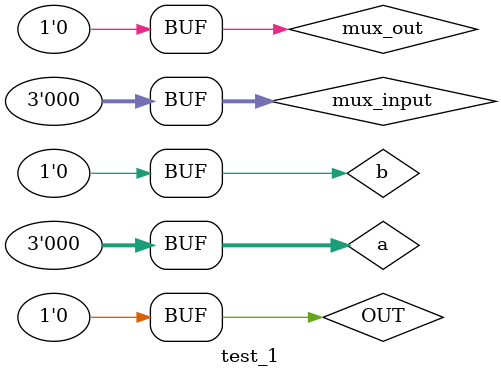
<source format=v>
`timescale 1ns / 1ps
module test_1();
reg [2:0] a;
reg b;
wire OUT;

reg [2:0] mux_input;
reg xor_out, mux_out;

// FOR TESTING
// integer cnt;

initial
begin
    a = 0;
    b = 0;
    // cnt = -1;
end

always @(a,b)
begin
    mux_input = 0;
    xor_out = 0;
    case (a)
        1: mux_input[0] = 1;
        2: mux_input[1] = 1;
        4: mux_input[2] = 1;
        5: xor_out = 1;
        7: xor_out = 1;
    endcase
    mux_out = b;
    if (b)
    begin
        case (mux_input)
            0: mux_out = xor_out;
            1: mux_out = 1;
            2: mux_out = 0;
            3: mux_out = 0;
            4: mux_out = 1;
            5: mux_out = 1;
            6: mux_out = 0;
            7: mux_out = 0;
        endcase 
    end
end

assign OUT = mux_out;

// FOR TESTING
/*always #10
begin
    cnt = cnt + 1;
    case (cnt)
        0: a = 4;
        1: b = 1;
        2: a = 5;
        3: a = 6;
        4: a = 2;
        5: a = 3;
        6: a = 1;
        default: $finish;
    endcase
end*/
endmodule

</source>
